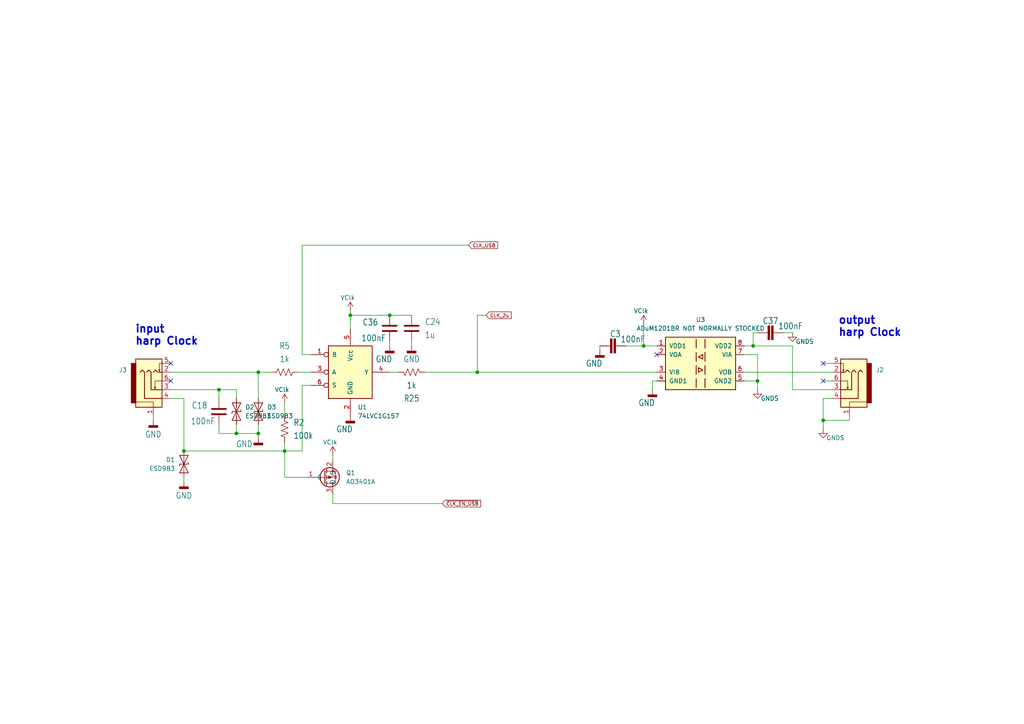
<source format=kicad_sch>
(kicad_sch (version 20250114) (generator "eeschema") (generator_version "9.0")
  (paper "A4")
  (lib_symbols
    (symbol "Connector_Audio:AudioJack3_Ground_SwitchTR"
      (property "Reference" "J3" (at -7.62 1.9049 0))
      (symbol "AudioJack3_Ground_SwitchTR_0_1"
        (rectangle (start -6.35 3.81) (end -5.08 -7.62) (stroke (width 0.254)) (fill (type outline)))
        (rectangle (start -5.08 5.08) (end 2.54 -8.89) (stroke (width 0.254)) (fill (type background)))
        (polyline (pts (xy -1.905 1.27) (xy -1.27 1.905) (xy -0.635 1.27) (xy -0.635 -3.81) (xy 2.54 -3.81)) (stroke (width 0.254)))
        (polyline (pts (xy 0 1.27) (xy 0.635 1.905) (xy 1.27 1.27) (xy 2.54 1.27)) (stroke (width 0.254)))
        (polyline (pts (xy 0 -8.89) (xy 0.0001 -7.3681) (xy -5.0799 -7.3681)))
        (polyline (pts (xy 0.508 -3.556) (xy 0.762 -3.048)))
        (polyline (pts (xy 1.778 1.524) (xy 2.032 2.032)))
        (polyline (pts (xy 2.54 3.81) (xy 1.778 3.81) (xy 1.778 1.524) (xy 1.524 2.032)))
        (polyline (pts (xy 2.54 -1.27) (xy 0.508 -1.27) (xy 0.508 -3.556) (xy 0.254 -3.048)))
        (polyline (pts (xy 2.54 -6.35) (xy -2.54 -6.35) (xy -2.54 1.27) (xy -3.175 1.905) (xy -3.81 1.27)) (stroke (width 0.254)))
      )
      (symbol "AudioJack3_Ground_SwitchTR_1_1"
        (pin passive line (at 0 -11.43 90) (length 2.54) (name "~") (number "1"))
        (pin passive line (at 5.08 3.81 180) (length 2.54) (name "~") (number "5"))
        (pin passive line (at 5.08 1.27 180) (length 2.54) (name "~") (number "2"))
        (pin passive line (at 5.08 -1.27 180) (length 2.54) (name "~") (number "6"))
        (pin passive line (at 5.08 -3.81 180) (length 2.54) (name "~") (number "3"))
        (pin passive line (at 5.08 -6.35 180) (length 2.54) (name "~") (number "4"))
      )
    )
    (symbol "Device:C" (pin_numbers (hide yes)) (pin_names (offset 0.254))
      (property "Reference" "C" (at 0.635 2.54 0))
      (property "Value" "C" (at 0.635 -2.54 0))
      (symbol "C_0_1"
        (polyline (pts (xy -2.032 0.762) (xy 2.032 0.762)) (stroke (width 0.508)))
        (polyline (pts (xy -2.032 -0.762) (xy 2.032 -0.762)) (stroke (width 0.508)))
      )
      (symbol "C_1_1"
        (pin passive line (at 0 3.81 270) (length 2.794) (name "~") (number "1"))
        (pin passive line (at 0 -3.81 90) (length 2.794) (name "~") (number "2"))
      )
    )
    (symbol "Device:R_US" (pin_numbers (hide yes)) (pin_names (offset 0))
      (property "Reference" "R" (at 2.54 0 90))
      (property "Value" "R_US" (at -2.54 0 90))
      (symbol "R_US_0_1"
        (polyline (pts (xy 0 2.286) (xy 0 2.54)))
        (polyline (pts (xy 0 2.286) (xy 1.016 1.905) (xy 0 1.524) (xy -1.016 1.143) (xy 0 0.762)))
        (polyline (pts (xy 0 0.762) (xy 1.016 0.381) (xy 0 0) (xy -1.016 -0.381) (xy 0 -0.762)))
        (polyline (pts (xy 0 -0.762) (xy 1.016 -1.143) (xy 0 -1.524) (xy -1.016 -1.905) (xy 0 -2.286)))
        (polyline (pts (xy 0 -2.286) (xy 0 -2.54)))
      )
      (symbol "R_US_1_1"
        (pin passive line (at 0 3.81 270) (length 1.27) (name "~") (number "1"))
        (pin passive line (at 0 -3.81 90) (length 1.27) (name "~") (number "2"))
      )
    )
    (symbol "Diode:ESD9B3.3ST5G" (pin_numbers (hide yes)) (pin_names (offset 1.016) (hide yes))
      (property "Reference" "D" (at 0 2.54 0))
      (property "Value" "ESD9B3.3ST5G" (at 0 -2.54 0))
      (symbol "ESD9B3.3ST5G_0_1"
        (polyline (pts (xy -2.54 -1.27) (xy 0 0) (xy -2.54 1.27) (xy -2.54 -1.27)) (stroke (width 0.2032)))
        (polyline (pts (xy 0.508 1.27) (xy 0 1.27) (xy 0 -1.27) (xy -0.508 -1.27)) (stroke (width 0.2032)))
        (polyline (pts (xy 1.27 0) (xy -1.27 0)))
        (polyline (pts (xy 2.54 1.27) (xy 2.54 -1.27) (xy 0 0) (xy 2.54 1.27)) (stroke (width 0.2032)))
      )
      (symbol "ESD9B3.3ST5G_1_1"
        (pin passive line (at -3.81 0 0) (length 2.54) (name "A1") (number "1"))
        (pin passive line (at 3.81 0 180) (length 2.54) (name "A2") (number "2"))
      )
    )
    (symbol "FastStepper SymbLib:74LVC1G157" (pin_names (offset 1.016))
      (property "Reference" "U" (at -6.35 8.89 0))
      (property "Value" "74LVC1G157" (at -6.35 -8.89 0))
      (symbol "74LVC1G157_1_0"
        (pin input inverted (at -11.43 5.08 0) (length 5.08) (name "B") (number "1"))
        (pin input inverted (at -11.43 0 0) (length 5.08) (name "A") (number "3"))
        (pin input inverted (at -11.43 -3.81 0) (length 5.08) (name "S") (number "6"))
        (pin power_in line (at 0 12.7 270) (length 5.08) (name "Vcc") (number "5"))
        (pin power_in line (at 0 -12.7 90) (length 5.08) (name "GND") (number "2"))
        (pin output line (at 11.43 0 180) (length 5.08) (name "Y") (number "4"))
      )
      (symbol "74LVC1G157_1_1"
        (rectangle (start -6.35 7.62) (end 6.35 -7.62) (stroke (width 0.254)) (fill (type background)))
      )
    )
    (symbol "FastStepper SymbLib:AO3401A"
      (property "Reference" "Q" (at 5.08 1.905 0))
      (property "Value" "AO3401A" (at 5.08 0 0))
      (symbol "AO3401A_0_1"
        (polyline (pts (xy 0.254 1.905) (xy 0.254 -1.905)) (stroke (width 0.254)))
        (polyline (pts (xy 0.254 0) (xy -2.54 0)))
        (polyline (pts (xy 0.762 2.286) (xy 0.762 1.27)) (stroke (width 0.254)))
        (polyline (pts (xy 0.762 1.778) (xy 3.302 1.778) (xy 3.302 -1.778) (xy 0.762 -1.778)))
        (polyline (pts (xy 0.762 0.508) (xy 0.762 -0.508)) (stroke (width 0.254)))
        (polyline (pts (xy 0.762 -1.27) (xy 0.762 -2.286)) (stroke (width 0.254)))
        (circle (center 1.651 0) (radius 2.794) (stroke (width 0.254)))
        (polyline (pts (xy 2.286 0) (xy 1.27 0.381) (xy 1.27 -0.381) (xy 2.286 0)) (fill (type outline)))
        (polyline (pts (xy 2.54 2.54) (xy 2.54 1.778)))
        (circle (center 2.54 1.778) (radius 0.254) (fill (type outline)))
        (circle (center 2.54 -1.778) (radius 0.254) (fill (type outline)))
        (polyline (pts (xy 2.54 -2.54) (xy 2.54 0) (xy 0.762 0)))
        (polyline (pts (xy 2.794 -0.508) (xy 2.921 -0.381) (xy 3.683 -0.381) (xy 3.81 -0.254)))
        (polyline (pts (xy 3.302 -0.381) (xy 2.921 0.254) (xy 3.683 0.254) (xy 3.302 -0.381)))
      )
      (symbol "AO3401A_1_1"
        (pin input line (at -5.08 0 0) (length 2.54) (name "G") (number "1"))
        (pin passive line (at 2.54 5.08 270) (length 2.54) (name "D") (number "3"))
        (pin passive line (at 2.54 -5.08 90) (length 2.54) (name "S") (number "2"))
      )
    )
    (symbol "FastStepper SymbLib:VClk" (power) (pin_numbers (hide yes)) (pin_names (offset 0) (hide yes))
      (property "Value" "VClk" (at 0 3.556 0))
      (symbol "VClk_0_1"
        (polyline (pts (xy -0.762 1.27) (xy 0 2.54)))
        (polyline (pts (xy 0 2.54) (xy 0.762 1.27)))
        (polyline (pts (xy 0 0) (xy 0 2.54)))
      )
      (symbol "VClk_1_1"
        (pin power_in line (at 0 0 90) (length 0) (name "~") (number "1"))
      )
    )
    (symbol "Isolator:ADuM1201BR" (pin_names (offset 1.016))
      (property "Reference" "U" (at -10.16 8.89 0))
      (property "Value" "ADuM1201BR" (at -2.032 8.89 0))
      (symbol "ADuM1201BR_0_1"
        (rectangle (start -10.16 7.62) (end 10.16 -7.62) (stroke (width 0.254)) (fill (type background)))
        (polyline (pts (xy -1.27 6.985) (xy -1.27 4.445)) (stroke (width 0.254)))
        (polyline (pts (xy -1.27 3.175) (xy -1.27 0.635)) (stroke (width 0.254)))
        (polyline (pts (xy -1.27 -0.635) (xy -1.27 -3.175)) (stroke (width 0.254)))
        (polyline (pts (xy -1.27 -4.445) (xy -1.27 -6.985)) (stroke (width 0.254)))
        (polyline (pts (xy -0.635 -1.27) (xy -0.635 -2.54) (xy 0.635 -1.905) (xy -0.635 -1.27)) (stroke (width 0.254)))
        (polyline (pts (xy 0.635 2.54) (xy 0.635 1.27) (xy -0.635 1.905) (xy 0.635 2.54)) (stroke (width 0.254)))
        (polyline (pts (xy 1.27 6.985) (xy 1.27 4.445)) (stroke (width 0.254)))
        (polyline (pts (xy 1.27 3.175) (xy 1.27 0.635)) (stroke (width 0.254)))
        (polyline (pts (xy 1.27 -0.635) (xy 1.27 -3.175)) (stroke (width 0.254)))
        (polyline (pts (xy 1.27 -4.445) (xy 1.27 -6.985)) (stroke (width 0.254)))
      )
      (symbol "ADuM1201BR_1_1"
        (pin power_in line (at -12.7 5.08 0) (length 2.54) (name "VDD1") (number "1"))
        (pin output line (at -12.7 2.54 0) (length 2.54) (name "VOA") (number "2"))
        (pin input line (at -12.7 -2.54 0) (length 2.54) (name "VIB") (number "3"))
        (pin power_in line (at -12.7 -5.08 0) (length 2.54) (name "GND1") (number "4"))
        (pin power_in line (at 12.7 5.08 180) (length 2.54) (name "VDD2") (number "8"))
        (pin input line (at 12.7 2.54 180) (length 2.54) (name "VIA") (number "7"))
        (pin output line (at 12.7 -2.54 180) (length 2.54) (name "VOB") (number "6"))
        (pin power_in line (at 12.7 -5.08 180) (length 2.54) (name "GND2") (number "5"))
      )
    )
    (symbol "VestibularH2-eagle-import:C-EUC0402K"
      (property "Reference" "C" (at 1.524 0.381 0))
      (symbol "C-EUC0402K_1_0"
        (rectangle (start -2.032 -1.016) (end 2.032 -0.508) (fill (type outline)))
        (rectangle (start -2.032 -1.016) (end 2.032 -0.508) (fill (type outline)))
        (rectangle (start -2.032 -2.032) (end 2.032 -1.524) (fill (type outline)))
        (rectangle (start -2.032 -2.032) (end 2.032 -1.524) (fill (type outline)))
        (polyline (pts (xy 0 0) (xy 0 -0.508)) (stroke (width 0.1524)))
        (polyline (pts (xy 0 -2.54) (xy 0 -2.032)) (stroke (width 0.1524)))
        (pin passive line (at 0 2.54 270) (length 2.54) (name "1") (number "1"))
        (pin passive line (at 0 -5.08 90) (length 2.54) (name "2") (number "2"))
      )
    )
    (symbol "power:GNDD" (power) (pin_numbers (hide yes)) (pin_names (offset 0) (hide yes))
      (property "Value" "GNDD" (at 0 -3.175 0))
      (symbol "GNDD_0_1"
        (rectangle (start -1.27 -1.524) (end 1.27 -2.032) (stroke (width 0.254)) (fill (type outline)))
        (polyline (pts (xy 0 0) (xy 0 -1.524)))
      )
      (symbol "GNDD_1_1"
        (pin power_in line (at 0 0 270) (length 0) (name "~") (number "1"))
      )
    )
    (symbol "power:GNDS" (power) (pin_numbers (hide yes)) (pin_names (offset 0) (hide yes))
      (property "Value" "GNDS" (at 0 -3.81 0))
      (symbol "GNDS_0_1"
        (polyline (pts (xy 0 0) (xy 0 -1.27) (xy 1.27 -1.27) (xy 0 -2.54) (xy -1.27 -1.27) (xy 0 -1.27)))
      )
      (symbol "GNDS_1_1"
        (pin power_in line (at 0 0 270) (length 0) (name "~") (number "1"))
      )
    )
  )
  (text "output\nharp Clock" (at 243.078 97.79 0) (effects (font (size 2.1844 2.1844) (thickness 0.4369) (bold yes)) (justify left bottom)))
  (text "input\nharp Clock" (at 39.116 100.33 0) (effects (font (size 2.1844 2.1844) (thickness 0.4369) (bold yes)) (justify left bottom)))
  (junction (at 218.44 100.33))
  (junction (at 63.5 113.03))
  (junction (at 186.69 100.33))
  (junction (at 219.71 110.49))
  (junction (at 113.03 91.44))
  (junction (at 74.93 107.95))
  (junction (at 68.58 125.73))
  (junction (at 74.93 125.73))
  (junction (at 238.76 121.92))
  (junction (at 138.43 107.95))
  (junction (at 101.6 91.44))
  (junction (at 53.34 130.81))
  (junction (at 82.55 130.81))
  (no_connect (at 238.76 105.41))
  (no_connect (at 49.53 110.49))
  (no_connect (at 190.5 102.87))
  (no_connect (at 49.53 105.41))
  (no_connect (at 238.76 110.49))
  (wire (pts (xy 215.9 107.95) (xy 241.3 107.95)))
  (wire (pts (xy 238.76 105.41) (xy 241.3 105.41)))
  (wire (pts (xy 241.3 115.57) (xy 238.76 115.57)))
  (wire (pts (xy 87.63 111.76) (xy 90.17 111.76)))
  (wire (pts (xy 63.5 123.19) (xy 63.5 125.73)))
  (wire (pts (xy 119.38 99.06) (xy 119.38 100.33)) (stroke (width 0.1524)))
  (wire (pts (xy 238.76 121.92) (xy 246.38 121.92)))
  (wire (pts (xy 101.6 91.44) (xy 101.6 95.25)))
  (wire (pts (xy 74.93 107.95) (xy 49.53 107.95)))
  (wire (pts (xy 53.34 139.7) (xy 53.34 138.43)))
  (wire (pts (xy 229.87 113.03) (xy 241.3 113.03)))
  (wire (pts (xy 90.17 102.87) (xy 87.63 102.87)))
  (wire (pts (xy 96.52 146.05) (xy 128.27 146.05)))
  (wire (pts (xy 215.9 100.33) (xy 218.44 100.33)))
  (wire (pts (xy 219.71 110.49) (xy 219.71 113.03)))
  (wire (pts (xy 82.55 116.84) (xy 82.55 120.65)))
  (wire (pts (xy 186.69 100.33) (xy 186.69 93.98)))
  (wire (pts (xy 101.6 91.44) (xy 113.03 91.44)))
  (wire (pts (xy 90.17 107.95) (xy 86.36 107.95)))
  (wire (pts (xy 49.53 113.03) (xy 63.5 113.03)))
  (wire (pts (xy 219.71 102.87) (xy 219.71 110.49)))
  (wire (pts (xy 229.87 100.33) (xy 229.87 113.03)))
  (wire (pts (xy 238.76 115.57) (xy 238.76 121.92)))
  (wire (pts (xy 138.43 91.44) (xy 138.43 107.95)))
  (wire (pts (xy 82.55 128.27) (xy 82.55 130.81)))
  (wire (pts (xy 113.03 100.33) (xy 113.03 99.06)))
  (wire (pts (xy 74.93 107.95) (xy 78.74 107.95)))
  (wire (pts (xy 74.93 125.73) (xy 74.93 123.19)))
  (wire (pts (xy 113.03 107.95) (xy 115.57 107.95)))
  (wire (pts (xy 68.58 123.19) (xy 68.58 125.73)))
  (wire (pts (xy 218.44 96.52) (xy 219.71 96.52)))
  (wire (pts (xy 140.97 91.44) (xy 138.43 91.44)))
  (wire (pts (xy 82.55 130.81) (xy 87.63 130.81)))
  (wire (pts (xy 227.33 96.52) (xy 229.87 96.52)) (stroke (width 0.1524)))
  (wire (pts (xy 87.63 102.87) (xy 87.63 71.12)))
  (wire (pts (xy 215.9 102.87) (xy 219.71 102.87)))
  (wire (pts (xy 238.76 110.49) (xy 241.3 110.49)))
  (wire (pts (xy 189.23 110.49) (xy 190.5 110.49)))
  (wire (pts (xy 123.19 107.95) (xy 138.43 107.95)))
  (wire (pts (xy 63.5 125.73) (xy 68.58 125.73)))
  (wire (pts (xy 53.34 115.57) (xy 53.34 130.81)))
  (wire (pts (xy 218.44 100.33) (xy 218.44 96.52)))
  (wire (pts (xy 63.5 113.03) (xy 63.5 115.57)))
  (wire (pts (xy 218.44 100.33) (xy 229.87 100.33)))
  (wire (pts (xy 138.43 107.95) (xy 190.5 107.95)))
  (wire (pts (xy 68.58 113.03) (xy 68.58 115.57)))
  (wire (pts (xy 82.55 130.81) (xy 82.55 138.43)))
  (wire (pts (xy 181.61 100.33) (xy 186.69 100.33)))
  (wire (pts (xy 190.5 100.33) (xy 186.69 100.33)))
  (wire (pts (xy 189.23 113.03) (xy 189.23 110.49)))
  (wire (pts (xy 219.71 110.49) (xy 215.9 110.49)))
  (wire (pts (xy 49.53 115.57) (xy 53.34 115.57)))
  (wire (pts (xy 87.63 71.12) (xy 135.89 71.12)))
  (wire (pts (xy 87.63 130.81) (xy 87.63 111.76)))
  (wire (pts (xy 96.52 132.08) (xy 96.52 133.35)))
  (wire (pts (xy 82.55 130.81) (xy 53.34 130.81)))
  (wire (pts (xy 63.5 113.03) (xy 68.58 113.03)))
  (wire (pts (xy 74.93 125.73) (xy 74.93 127)))
  (wire (pts (xy 246.38 121.92) (xy 246.38 120.65)))
  (wire (pts (xy 238.76 121.92) (xy 238.76 124.46)))
  (wire (pts (xy 44.45 121.92) (xy 44.45 120.65)))
  (wire (pts (xy 96.52 143.51) (xy 96.52 146.05)))
  (wire (pts (xy 82.55 138.43) (xy 88.9 138.43)))
  (wire (pts (xy 113.03 91.44) (xy 119.38 91.44)))
  (wire (pts (xy 101.6 90.17) (xy 101.6 91.44)))
  (wire (pts (xy 74.93 115.57) (xy 74.93 107.95)))
  (wire (pts (xy 68.58 125.73) (xy 74.93 125.73)))
  (wire (pts (xy 173.99 100.33) (xy 173.99 101.6)))
  (global_label "CLK_USB" (shape input) (at 135.89 71.12 0) (effects (font (size 0.9957 0.9957))) (property "Intersheetrefs" "${INTERSHEET_REFS}" (effects (hide yes))))
  (global_label "CLK_2u" (shape input) (at 140.97 91.44 0) (effects (font (size 0.9957 0.9957))) (property "Intersheetrefs" "${INTERSHEET_REFS}" (effects (hide yes))))
  (global_label "~{CLK_EN_USB}" (shape input) (at 128.27 146.05 0) (effects (font (size 0.9957 0.9957))) (property "Intersheetrefs" "${INTERSHEET_REFS}" (effects (hide yes))))
  (symbol (lib_id "Device:C") (at 63.5 119.38 0) (mirror x) (unit 1)
    (property "Reference" "C18" (at 60.198 117.602 0) (effects (font (size 1.778 1.5113)) (justify right)))
    (property "Value" "100nF" (at 62.484 122.174 0) (effects (font (size 1.778 1.5113)) (justify right)))
    (property "Footprint" "Capacitor_SMD:C_0402_1005Metric" (effects (hide yes)))
    (property "MPN" "C1005X7R1H104K050BB" (effects (hide yes)))
    (property "OEPS" "OEPS010004" (effects (hide yes)))
  )
  (symbol (lib_id "Diode:ESD9B3.3ST5G") (at 68.58 119.38 270) (mirror x) (unit 1)
    (property "Reference" "D2" (at 71.12 118.1099 90) (effects (justify left)))
    (property "Value" "ESD9B3" (at 71.12 120.6499 90) (effects (justify left)))
    (property "Footprint" "Diode_SMD:D_SOD-923" (effects (hide yes)))
    (property "Datasheet" "https://www.onsemi.com/pub/Collateral/ESD9B-D.PDF" (effects (hide yes)))
    (property "Description" "ESD protection diode, 3.3Vrwm, SOD-923" (effects (hide yes)))
  )
  (symbol (lib_id "power:GNDD") (at 44.45 121.92 0) (unit 1)
    (property "Reference" "#GND143" (effects (hide yes)))
    (property "Value" "GND" (at 44.45 125.984 0) (effects (font (size 1.778 1.5113))))
  )
  (symbol (lib_id "power:GNDS") (at 238.76 124.46 0) (unit 1)
    (property "Reference" "#PWR015" (effects (hide yes)))
    (property "Value" "GNDS" (at 242.316 127 0))
    (property "Description" "Power symbol creates a global label with name \"GNDS\" , signal ground" (effects (hide yes)))
  )
  (symbol (lib_id "FastStepper SymbLib:AO3401A") (at 93.98 138.43 0) (mirror x) (unit 1)
    (property "Reference" "Q1" (at 100.33 137.1599 0) (effects (justify left)))
    (property "Value" "AO3401A" (at 100.33 139.6999 0) (effects (justify left)))
    (property "Footprint" "Package_TO_SOT_SMD:TSOT-23" (effects (hide yes)))
    (property "Description" "30V P-Channel MOSFET" (effects (hide yes)))
  )
  (symbol (lib_id "Diode:ESD9B3.3ST5G") (at 53.34 134.62 270) (mirror x) (unit 1)
    (property "Reference" "D1" (at 50.8 133.3499 90) (effects (justify right)))
    (property "Value" "ESD9B3" (at 50.8 135.8899 90) (effects (justify right)))
    (property "Footprint" "Diode_SMD:D_SOD-923" (effects (hide yes)))
    (property "Datasheet" "https://www.onsemi.com/pub/Collateral/ESD9B-D.PDF" (effects (hide yes)))
    (property "Description" "ESD protection diode, 3.3Vrwm, SOD-923" (effects (hide yes)))
  )
  (symbol (lib_id "Connector_Audio:AudioJack3_Ground_SwitchTR") (at 44.45 109.22 0) (unit 1)
    (property "Reference" "J3" (at 36.83 107.3151 0) (effects (justify right)))
    (property "Value" "AudioJack3_Ground_SwitchTR" (effects (hide yes)))
    (property "Footprint" "Connector_Audio:Jack_3.5mm_PJ311_Horizontal" (effects (hide yes)))
    (property "Description" "Audio Jack, 3 Poles (Stereo / TRS), Grounded Sleeve, Switched TR Poles (Normalling)" (effects (hide yes)))
    (property "MPN" "PJ-316A-6A" (effects (hide yes)))
  )
  (symbol (lib_id "Device:R_US") (at 119.38 107.95 270) (mirror x) (unit 1)
    (property "Reference" "R25" (at 119.38 115.57 90) (effects (font (size 1.778 1.5113))))
    (property "Value" "1k" (at 119.38 111.76 90) (effects (font (size 1.778 1.5113))))
    (property "Footprint" "Resistor_SMD:R_0402_1005Metric" (effects (hide yes)))
    (property "MPN" "TBD" (effects (hide yes)))
    (property "OEPS" "OEPS??" (effects (hide yes)))
  )
  (symbol (lib_id "Connector_Audio:AudioJack3_Ground_SwitchTR") (at 246.38 109.22 0) (mirror y) (unit 1)
    (property "Reference" "J2" (at 254 107.3151 0) (effects (justify right)))
    (property "Value" "AudioJack3_Ground_SwitchTR" (effects (hide yes)))
    (property "Footprint" "Connector_Audio:Jack_3.5mm_PJ311_Horizontal" (effects (hide yes)))
    (property "Description" "Audio Jack, 3 Poles (Stereo / TRS), Grounded Sleeve, Switched TR Poles (Normalling)" (effects (hide yes)))
    (property "MPN" "PJ-316A-6A" (effects (hide yes)))
  )
  (symbol (lib_id "Device:R_US") (at 82.55 107.95 270) (unit 1)
    (property "Reference" "R5" (at 82.55 100.33 90) (effects (font (size 1.778 1.5113))))
    (property "Value" "1k" (at 82.55 104.14 90) (effects (font (size 1.778 1.5113))))
    (property "Footprint" "Resistor_SMD:R_0402_1005Metric" (effects (hide yes)))
    (property "MPN" "TBD" (effects (hide yes)))
    (property "OEPS" "OEPS??" (effects (hide yes)))
  )
  (symbol (lib_id "FastStepper SymbLib:74LVC1G157") (at 101.6 107.95 0) (unit 1)
    (property "Reference" "U1" (at 103.7433 118.11 0) (effects (justify left)))
    (property "Value" "74LVC1G157" (at 103.7433 120.65 0) (effects (justify left)))
    (property "Footprint" "Package_SO:TSOP-6_1.65x3.05mm_P0.95mm" (effects (hide yes)))
    (property "Description" "single 2-input multiplexer" (effects (hide yes)))
    (property "MPN" "74LVC1G157GV" (effects (hide yes)))
  )
  (symbol (lib_id "Isolator:ADuM1201BR") (at 203.2 105.41 0) (unit 1)
    (property "Reference" "U3" (at 203.2 92.71 0))
    (property "Value" "ADuM1201BR NOT NORMALLY STOCKED" (at 203.2 95.25 0))
    (property "Footprint" "Package_SO:SOIC-8_3.9x4.9mm_P1.27mm" (effects (hide yes)))
    (property "Datasheet" "https://www.analog.com/static/imported-files/data_sheets/ADuM1200_1201.pdf" (effects (hide yes)))
    (property "Description" "Dual-Channel Digital Isolator, 10Mbps 50ns, bidirectional communication, 3V/5V level translation, SOIC-8" (effects (hide yes)))
  )
  (symbol (lib_id "power:GNDD") (at 189.23 113.03 0) (unit 1)
    (property "Reference" "#GND080" (effects (hide yes)))
    (property "Value" "GND" (at 189.992 116.84 0) (effects (font (size 1.778 1.5113)) (justify right)))
  )
  (symbol (lib_id "Diode:ESD9B3.3ST5G") (at 74.93 119.38 270) (mirror x) (unit 1)
    (property "Reference" "D3" (at 77.47 118.1099 90) (effects (justify left)))
    (property "Value" "ESD9B3" (at 77.47 120.6499 90) (effects (justify left)))
    (property "Footprint" "Diode_SMD:D_SOD-923" (effects (hide yes)))
    (property "Datasheet" "https://www.onsemi.com/pub/Collateral/ESD9B-D.PDF" (effects (hide yes)))
    (property "Description" "ESD protection diode, 3.3Vrwm, SOD-923" (effects (hide yes)))
  )
  (symbol (lib_id "power:GNDD") (at 119.38 100.33 0) (unit 1)
    (property "Reference" "#GND55" (effects (hide yes)))
    (property "Value" "GND" (at 119.38 104.14 0) (effects (font (size 1.778 1.5113))))
  )
  (symbol (lib_id "power:GNDD") (at 113.03 100.33 0) (unit 1)
    (property "Reference" "#GND012" (effects (hide yes)))
    (property "Value" "GND" (at 113.792 104.14 0) (effects (font (size 1.778 1.5113)) (justify right)))
  )
  (symbol (lib_id "power:GNDD") (at 53.34 139.7 0) (unit 1)
    (property "Reference" "#GND075" (effects (hide yes)))
    (property "Value" "GND" (at 53.34 143.764 0) (effects (font (size 1.778 1.5113))))
  )
  (symbol (lib_id "FastStepper SymbLib:VClk") (at 101.6 90.17 0) (unit 1)
    (property "Reference" "#PWR09" (effects (hide yes)))
    (property "Value" "VClk" (at 100.838 86.36 0))
    (property "Description" "Power symbol creates a global label with name \"VClk\"" (effects (hide yes)))
  )
  (symbol (lib_id "power:GNDD") (at 101.6 120.65 0) (unit 1)
    (property "Reference" "#GND056" (effects (hide yes)))
    (property "Value" "GND" (at 102.362 124.46 0) (effects (font (size 1.778 1.5113)) (justify right)))
  )
  (symbol (lib_id "FastStepper SymbLib:VClk") (at 82.55 116.84 0) (unit 1)
    (property "Reference" "#PWR08" (effects (hide yes)))
    (property "Value" "VClk" (at 81.788 113.03 0))
    (property "Description" "Power symbol creates a global label with name \"VClk\"" (effects (hide yes)))
  )
  (symbol (lib_id "power:GNDS") (at 219.71 113.03 0) (unit 1)
    (property "Reference" "#PWR014" (effects (hide yes)))
    (property "Value" "GNDS" (at 223.266 115.57 0))
    (property "Description" "Power symbol creates a global label with name \"GNDS\" , signal ground" (effects (hide yes)))
  )
  (symbol (lib_id "Device:C") (at 113.03 95.25 0) (mirror x) (unit 1)
    (property "Reference" "C36" (at 109.728 93.472 0) (effects (font (size 1.778 1.5113)) (justify right)))
    (property "Value" "100nF" (at 112.014 98.044 0) (effects (font (size 1.778 1.5113)) (justify right)))
    (property "Footprint" "Capacitor_SMD:C_0402_1005Metric" (effects (hide yes)))
    (property "MPN" "C1005X7R1H104K050BB" (effects (hide yes)))
    (property "OEPS" "OEPS010004" (effects (hide yes)))
  )
  (symbol (lib_id "Device:R_US") (at 82.55 124.46 0) (unit 1)
    (property "Reference" "R2" (at 85.09 122.555 0) (effects (font (size 1.778 1.5113)) (justify left)))
    (property "Value" "100k" (at 85.09 126.365 0) (effects (font (size 1.778 1.5113)) (justify left)))
    (property "Footprint" "Resistor_SMD:R_0402_1005Metric" (effects (hide yes)))
    (property "MPN" "TBD" (effects (hide yes)))
    (property "OEPS" "OEPS??" (effects (hide yes)))
  )
  (symbol (lib_id "power:GNDS") (at 229.87 96.52 0) (unit 1)
    (property "Reference" "#PWR013" (effects (hide yes)))
    (property "Value" "GNDS" (at 233.426 99.06 0))
    (property "Description" "Power symbol creates a global label with name \"GNDS\" , signal ground" (effects (hide yes)))
  )
  (symbol (lib_id "power:GNDD") (at 173.99 101.6 0) (unit 1)
    (property "Reference" "#GND081" (effects (hide yes)))
    (property "Value" "GND" (at 174.752 105.41 0) (effects (font (size 1.778 1.5113)) (justify right)))
  )
  (symbol (lib_id "FastStepper SymbLib:VClk") (at 96.52 132.08 0) (unit 1)
    (property "Reference" "#PWR010" (effects (hide yes)))
    (property "Value" "VClk" (at 95.758 128.27 0))
    (property "Description" "Power symbol creates a global label with name \"VClk\"" (effects (hide yes)))
  )
  (symbol (lib_id "FastStepper SymbLib:VClk") (at 186.69 93.98 0) (unit 1)
    (property "Reference" "#PWR016" (effects (hide yes)))
    (property "Value" "VClk" (at 185.928 90.17 0))
    (property "Description" "Power symbol creates a global label with name \"VClk\"" (effects (hide yes)))
  )
  (symbol (lib_id "power:GNDD") (at 74.93 127 0) (unit 1)
    (property "Reference" "#GND08" (effects (hide yes)))
    (property "Value" "GND" (at 70.866 128.778 0) (effects (font (size 1.778 1.5113))))
  )
  (symbol (lib_id "Device:C") (at 119.38 95.25 0) (mirror y) (unit 1)
    (property "Reference" "C24" (at 123.19 93.345 0) (effects (font (size 1.778 1.5113)) (justify right)))
    (property "Value" "1u" (at 123.19 97.155 0) (effects (font (size 1.778 1.5113)) (justify right)))
    (property "Footprint" "Capacitor_SMD:C_0603_1608Metric" (effects (hide yes)))
    (property "MPN" "?!?!? a case??" (effects (hide yes)))
    (property "OEPS" "TBD ??" (effects (hide yes)))
  )
  (symbol (lib_id "VestibularH2-eagle-import:C-EUC0402K") (at 222.25 96.52 90) (unit 1)
    (property "Reference" "C37" (at 225.806 92.075 90) (effects (font (size 1.778 1.5113)) (justify left bottom)))
    (property "Value" "100nF" (at 232.918 93.599 90) (effects (font (size 1.778 1.5113)) (justify left bottom)))
    (property "Footprint" "Capacitor_SMD:C_0402_1005Metric" (effects (hide yes)))
    (property "MPN" "C1005X7R1H104K050BB" (effects (hide yes)))
    (property "OEPS" "OEPS010004" (effects (hide yes)))
  )
  (symbol (lib_id "VestibularH2-eagle-import:C-EUC0402K") (at 176.53 100.33 90) (unit 1)
    (property "Reference" "C3" (at 180.086 95.885 90) (effects (font (size 1.778 1.5113)) (justify left bottom)))
    (property "Value" "100nF" (at 187.198 97.409 90) (effects (font (size 1.778 1.5113)) (justify left bottom)))
    (property "Footprint" "Capacitor_SMD:C_0402_1005Metric" (effects (hide yes)))
    (property "MPN" "C1005X7R1H104K050BB" (effects (hide yes)))
    (property "OEPS" "OEPS010004" (effects (hide yes)))
  )
)
</source>
